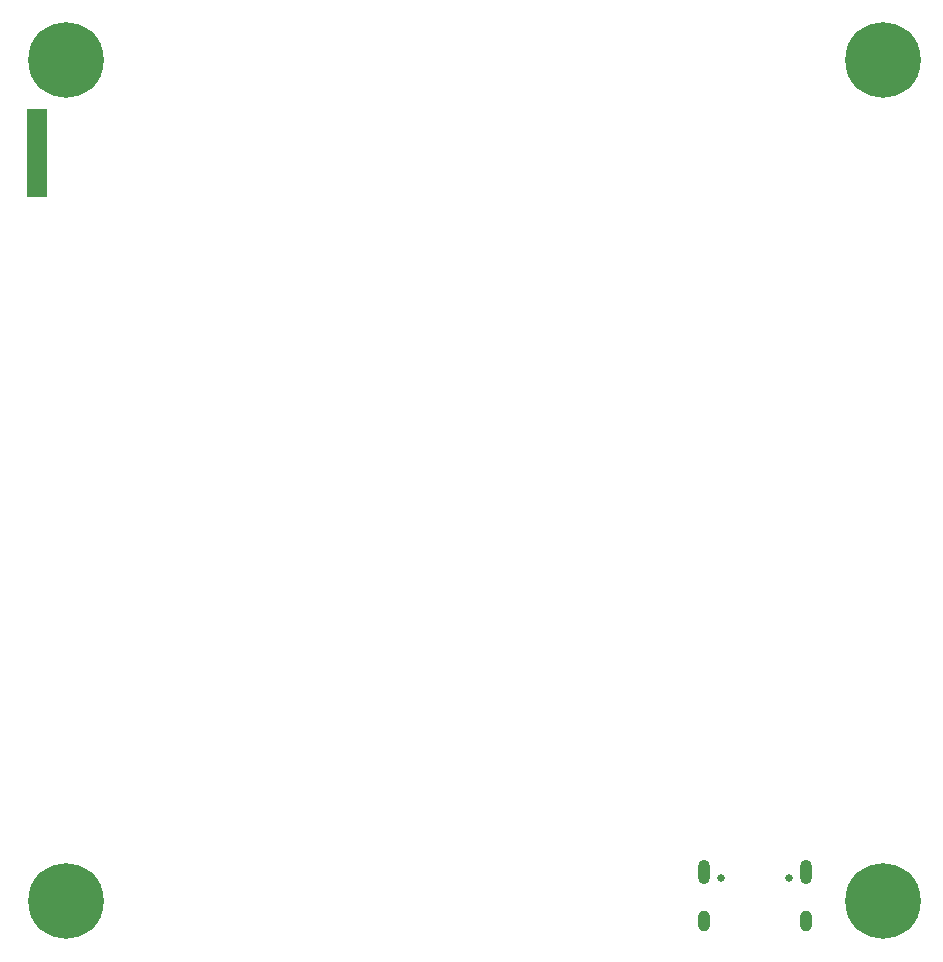
<source format=gbr>
%TF.GenerationSoftware,KiCad,Pcbnew,8.0.1*%
%TF.CreationDate,2024-05-16T14:55:54+07:00*%
%TF.ProjectId,H743_LCD_dev,48373433-5f4c-4434-945f-6465762e6b69,rev?*%
%TF.SameCoordinates,Original*%
%TF.FileFunction,Soldermask,Bot*%
%TF.FilePolarity,Negative*%
%FSLAX46Y46*%
G04 Gerber Fmt 4.6, Leading zero omitted, Abs format (unit mm)*
G04 Created by KiCad (PCBNEW 8.0.1) date 2024-05-16 14:55:54*
%MOMM*%
%LPD*%
G01*
G04 APERTURE LIST*
%ADD10C,0.800000*%
%ADD11C,6.400000*%
%ADD12C,0.650000*%
%ADD13O,1.000000X2.100000*%
%ADD14O,1.000000X1.800000*%
G04 APERTURE END LIST*
D10*
%TO.C,H3*%
X181197300Y-122941100D03*
X180494356Y-124638156D03*
X180494356Y-121244044D03*
X178797300Y-125341100D03*
D11*
X178797300Y-122941100D03*
D10*
X178797300Y-120541100D03*
X177100244Y-124638156D03*
X177100244Y-121244044D03*
X176397300Y-122941100D03*
%TD*%
%TO.C,H4*%
X111997300Y-122941100D03*
X111294356Y-124638156D03*
X111294356Y-121244044D03*
X109597300Y-125341100D03*
D11*
X109597300Y-122941100D03*
D10*
X109597300Y-120541100D03*
X107900244Y-124638156D03*
X107900244Y-121244044D03*
X107197300Y-122941100D03*
%TD*%
D12*
%TO.C,J4*%
X165081700Y-120946900D03*
X170861700Y-120946900D03*
D13*
X163651700Y-120426900D03*
D14*
X163651700Y-124626900D03*
D13*
X172291700Y-120426900D03*
D14*
X172291700Y-124626900D03*
%TD*%
D10*
%TO.C,H1*%
X111997300Y-51741100D03*
X111294356Y-53438156D03*
X111294356Y-50044044D03*
X109597300Y-54141100D03*
D11*
X109597300Y-51741100D03*
D10*
X109597300Y-49341100D03*
X107900244Y-53438156D03*
X107900244Y-50044044D03*
X107197300Y-51741100D03*
%TD*%
%TO.C,H2*%
X181197300Y-51741100D03*
X180494356Y-53438156D03*
X180494356Y-50044044D03*
X178797300Y-54141100D03*
D11*
X178797300Y-51741100D03*
D10*
X178797300Y-49341100D03*
X177100244Y-53438156D03*
X177100244Y-50044044D03*
X176397300Y-51741100D03*
%TD*%
G36*
X107969239Y-55848885D02*
G01*
X108014994Y-55901689D01*
X108026200Y-55953200D01*
X108026200Y-63198200D01*
X108006515Y-63265239D01*
X107953711Y-63310994D01*
X107902200Y-63322200D01*
X106448400Y-63322200D01*
X106381361Y-63302515D01*
X106335606Y-63249711D01*
X106324400Y-63198200D01*
X106324400Y-55953200D01*
X106344085Y-55886161D01*
X106396889Y-55840406D01*
X106448400Y-55829200D01*
X107902200Y-55829200D01*
X107969239Y-55848885D01*
G37*
M02*

</source>
